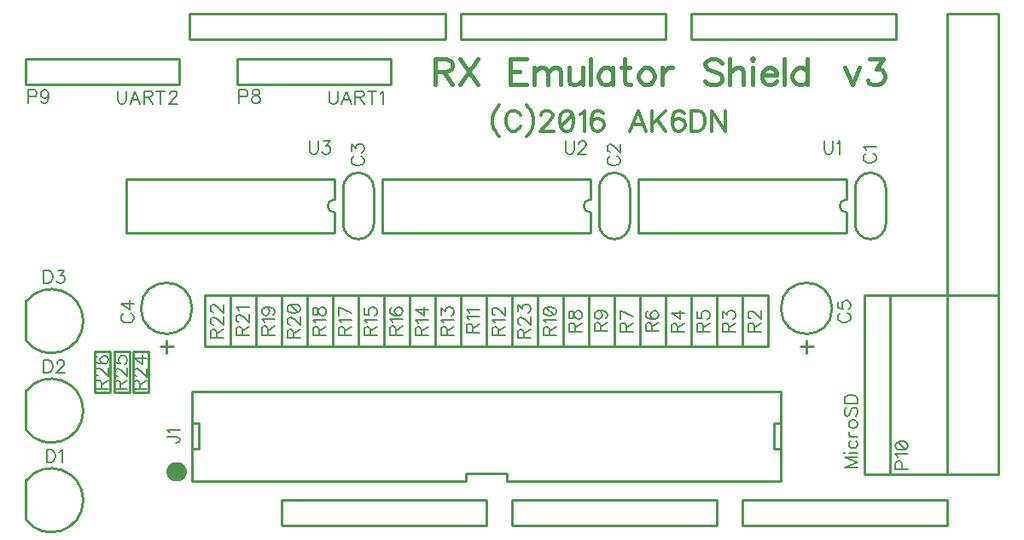
<source format=gto>
G04 DipTrace 2.4.0.2*
%INTopSilk.gbr*%
%MOIN*%
%ADD10C,0.01*%
%ADD15O,0.08X0.075*%
%ADD52C,0.0077*%
%ADD53C,0.0124*%
%ADD54C,0.0154*%
%FSLAX44Y44*%
G04*
G70*
G90*
G75*
G01*
%LNTopSilk*%
%LPD*%
X38037Y16238D2*
D10*
Y17636D1*
X36837Y16238D2*
Y17636D1*
X38037D2*
G03X36837Y17636I-600J1D01*
G01*
Y16238D2*
G03X38037Y16238I600J-1D01*
G01*
X28037D2*
Y17636D1*
X26837Y16238D2*
Y17636D1*
X28037D2*
G03X26837Y17636I-600J1D01*
G01*
Y16238D2*
G03X28037Y16238I600J-1D01*
G01*
X18037D2*
Y17636D1*
X16837Y16238D2*
Y17636D1*
X18037D2*
G03X16837Y17636I-600J1D01*
G01*
Y16238D2*
G03X18037Y16238I600J-1D01*
G01*
X9937Y11187D2*
Y11687D1*
X10187Y11437D2*
X9687D1*
X8937Y12937D2*
G02X8937Y12937I1000J0D01*
G01*
X34937Y11187D2*
Y11687D1*
X35187Y11437D2*
X34687D1*
X33937Y12937D2*
G02X33937Y12937I1000J0D01*
G01*
X4437Y4688D2*
Y6186D1*
X4439Y4685D2*
G03X4439Y6189I998J752D01*
G01*
X4437Y8188D2*
Y9686D1*
X4439Y8185D2*
G03X4439Y9689I998J752D01*
G01*
X4437Y11688D2*
Y13186D1*
X4439Y11685D2*
G03X4439Y13189I998J752D01*
G01*
X10937Y9687D2*
Y6187D1*
X33937Y9687D2*
X10937D1*
X33937D2*
Y6187D1*
Y8438D2*
X33684D1*
Y7437D1*
X11190Y8438D2*
Y7437D1*
Y8438D2*
X10937D1*
X33937Y6187D2*
X23242D1*
X21632D2*
X10937D1*
X21632Y6488D2*
Y6187D1*
X23242Y6488D2*
X21632D1*
X23242D2*
Y6187D1*
X33937Y7437D2*
X33684D1*
X11190D2*
X10937D1*
X23437Y5437D2*
X31437D1*
X23437Y4437D2*
Y5437D1*
Y4437D2*
X31437D1*
Y5437D1*
X14437D2*
X22437D1*
X14437Y4437D2*
Y5437D1*
Y4437D2*
X22437D1*
Y5437D1*
X29437Y23437D2*
X21437D1*
X29437Y24437D2*
Y23437D1*
Y24437D2*
X21437D1*
Y23437D1*
X20837D2*
Y24437D1*
X10837Y23437D2*
X20837D1*
X10837D2*
Y24437D1*
X11587D1*
X20837D1*
X32437Y5437D2*
X40437D1*
X32437Y4437D2*
Y5437D1*
Y4437D2*
X40437D1*
Y5437D1*
X38437Y23437D2*
X30437D1*
X38437Y24437D2*
Y23437D1*
Y24437D2*
X30437D1*
Y23437D1*
X40437Y6437D2*
X42437D1*
X40437Y24437D2*
X42437D1*
Y6437D1*
X40437Y24437D2*
Y6437D1*
X12687Y21687D2*
X18687D1*
X12687Y22687D2*
X18687D1*
X12687Y21687D2*
Y22687D1*
X18687Y21687D2*
Y22687D1*
X4437Y21687D2*
X10437D1*
X4437Y22687D2*
X10437D1*
X4437Y21687D2*
Y22687D1*
X10437Y21687D2*
Y22687D1*
X38187Y13437D2*
X37187D1*
X38187Y6437D2*
Y13437D1*
Y6437D2*
X37187D1*
Y13437D1*
X32437Y11439D2*
Y13435D1*
X33437D2*
X32437D1*
X33437Y11439D2*
Y13435D1*
Y11439D2*
X32437D1*
X31437D2*
Y13435D1*
X32437D2*
X31437D1*
X32437Y11439D2*
Y13435D1*
Y11439D2*
X31437D1*
X29437D2*
Y13435D1*
X30437D2*
X29437D1*
X30437Y11439D2*
Y13435D1*
Y11439D2*
X29437D1*
X30437D2*
Y13435D1*
X31437D2*
X30437D1*
X31437Y11439D2*
Y13435D1*
Y11439D2*
X30437D1*
X28437D2*
Y13435D1*
X29437D2*
X28437D1*
X29437Y11439D2*
Y13435D1*
Y11439D2*
X28437D1*
X27437D2*
Y13435D1*
X28437D2*
X27437D1*
X28437Y11439D2*
Y13435D1*
Y11439D2*
X27437D1*
X25437D2*
Y13435D1*
X26437D2*
X25437D1*
X26437Y11439D2*
Y13435D1*
Y11439D2*
X25437D1*
X26437D2*
Y13435D1*
X27437D2*
X26437D1*
X27437Y11439D2*
Y13435D1*
Y11439D2*
X26437D1*
X24437D2*
Y13435D1*
X25437D2*
X24437D1*
X25437Y11439D2*
Y13435D1*
Y11439D2*
X24437D1*
X21437D2*
Y13435D1*
X22437D2*
X21437D1*
X22437Y11439D2*
Y13435D1*
Y11439D2*
X21437D1*
X22437D2*
Y13435D1*
X23437D2*
X22437D1*
X23437Y11439D2*
Y13435D1*
Y11439D2*
X22437D1*
X20437D2*
Y13435D1*
X21437D2*
X20437D1*
X21437Y11439D2*
Y13435D1*
Y11439D2*
X20437D1*
X19437D2*
Y13435D1*
X20437D2*
X19437D1*
X20437Y11439D2*
Y13435D1*
Y11439D2*
X19437D1*
X17437D2*
Y13435D1*
X18437D2*
X17437D1*
X18437Y11439D2*
Y13435D1*
Y11439D2*
X17437D1*
X18437D2*
Y13435D1*
X19437D2*
X18437D1*
X19437Y11439D2*
Y13435D1*
Y11439D2*
X18437D1*
X16437D2*
Y13435D1*
X17437D2*
X16437D1*
X17437Y11439D2*
Y13435D1*
Y11439D2*
X16437D1*
X15437D2*
Y13435D1*
X16437D2*
X15437D1*
X16437Y11439D2*
Y13435D1*
Y11439D2*
X15437D1*
X13437D2*
Y13435D1*
X14437D2*
X13437D1*
X14437Y11439D2*
Y13435D1*
Y11439D2*
X13437D1*
X14437D2*
Y13435D1*
X15437D2*
X14437D1*
X15437Y11439D2*
Y13435D1*
Y11439D2*
X14437D1*
X12437D2*
Y13435D1*
X13437D2*
X12437D1*
X13437Y11439D2*
Y13435D1*
Y11439D2*
X12437D1*
X11437D2*
Y13435D1*
X12437D2*
X11437D1*
X12437Y11439D2*
Y13435D1*
Y11439D2*
X11437D1*
X23437D2*
Y13435D1*
X24437D2*
X23437D1*
X24437Y11439D2*
Y13435D1*
Y11439D2*
X23437D1*
X9237Y11239D2*
X8637D1*
X9237Y9636D2*
Y11239D1*
Y9636D2*
X8637D1*
Y11239D1*
X8487D2*
X7887D1*
X8487Y9636D2*
Y11239D1*
Y9636D2*
X7887D1*
Y11239D1*
X7737D2*
X7137D1*
X7737Y9636D2*
Y11239D1*
Y9636D2*
X7137D1*
Y11239D1*
X36492Y17188D2*
G03X36492Y16686I0J-251D01*
G01*
Y15892D2*
X28382D1*
X36492Y17982D2*
X28382D1*
Y15892D1*
X36492Y16686D2*
Y15892D1*
Y17982D2*
Y17188D1*
X26492D2*
G03X26492Y16686I0J-251D01*
G01*
Y15892D2*
X18382D1*
X26492Y17982D2*
X18382D1*
Y15892D1*
X26492Y16686D2*
Y15892D1*
Y17982D2*
Y17188D1*
X16492D2*
G03X16492Y16686I0J-251D01*
G01*
Y15892D2*
X8382D1*
X16492Y17982D2*
X8382D1*
Y15892D1*
X16492Y16686D2*
Y15892D1*
Y17982D2*
Y17188D1*
X38187Y13437D2*
X42437D1*
Y6437D2*
X37937D1*
D15*
X10337Y6562D3*
X37275Y18979D2*
D52*
X37228Y18955D1*
X37179Y18907D1*
X37156Y18860D1*
Y18764D1*
X37179Y18716D1*
X37228Y18669D1*
X37275Y18644D1*
X37347Y18620D1*
X37467D1*
X37538Y18644D1*
X37586Y18669D1*
X37634Y18716D1*
X37658Y18764D1*
Y18860D1*
X37634Y18907D1*
X37586Y18955D1*
X37538Y18979D1*
X37252Y19134D2*
X37228Y19182D1*
X37156Y19254D1*
X37658D1*
X27275Y18872D2*
X27228Y18848D1*
X27179Y18800D1*
X27156Y18752D1*
Y18657D1*
X27179Y18609D1*
X27228Y18561D1*
X27275Y18537D1*
X27347Y18513D1*
X27467D1*
X27538Y18537D1*
X27586Y18561D1*
X27634Y18609D1*
X27658Y18657D1*
Y18752D1*
X27634Y18800D1*
X27586Y18848D1*
X27538Y18872D1*
X27276Y19050D2*
X27252D1*
X27204Y19074D1*
X27180Y19098D1*
X27156Y19146D1*
Y19242D1*
X27180Y19289D1*
X27204Y19313D1*
X27252Y19337D1*
X27299D1*
X27347Y19313D1*
X27419Y19265D1*
X27658Y19026D1*
Y19361D1*
X17275Y18872D2*
X17228Y18848D1*
X17179Y18800D1*
X17156Y18752D1*
Y18657D1*
X17179Y18609D1*
X17228Y18561D1*
X17275Y18537D1*
X17347Y18513D1*
X17467D1*
X17538Y18537D1*
X17586Y18561D1*
X17634Y18609D1*
X17658Y18657D1*
Y18752D1*
X17634Y18800D1*
X17586Y18848D1*
X17538Y18872D1*
X17156Y19074D2*
Y19337D1*
X17347Y19194D1*
Y19265D1*
X17371Y19313D1*
X17395Y19337D1*
X17467Y19361D1*
X17514D1*
X17586Y19337D1*
X17634Y19289D1*
X17658Y19217D1*
Y19145D1*
X17634Y19074D1*
X17610Y19050D1*
X17562Y19026D1*
X8275Y12735D2*
X8228Y12711D1*
X8179Y12663D1*
X8156Y12615D1*
Y12520D1*
X8179Y12472D1*
X8228Y12424D1*
X8275Y12400D1*
X8347Y12376D1*
X8467D1*
X8538Y12400D1*
X8586Y12424D1*
X8634Y12472D1*
X8658Y12520D1*
Y12615D1*
X8634Y12663D1*
X8586Y12711D1*
X8538Y12735D1*
X8658Y13128D2*
X8156D1*
X8491Y12889D1*
Y13248D1*
X36275Y12747D2*
X36228Y12723D1*
X36179Y12675D1*
X36156Y12627D1*
Y12532D1*
X36179Y12484D1*
X36228Y12436D1*
X36275Y12412D1*
X36347Y12388D1*
X36467D1*
X36538Y12412D1*
X36586Y12436D1*
X36634Y12484D1*
X36658Y12532D1*
Y12627D1*
X36634Y12675D1*
X36586Y12723D1*
X36538Y12747D1*
X36156Y13188D2*
Y12949D1*
X36371Y12925D1*
X36347Y12949D1*
X36323Y13021D1*
Y13092D1*
X36347Y13164D1*
X36395Y13212D1*
X36467Y13236D1*
X36514D1*
X36586Y13212D1*
X36634Y13164D1*
X36658Y13092D1*
Y13021D1*
X36634Y12949D1*
X36610Y12925D1*
X36562Y12901D1*
X5257Y7419D2*
Y6917D1*
X5425D1*
X5497Y6941D1*
X5545Y6989D1*
X5569Y7037D1*
X5592Y7108D1*
Y7228D1*
X5569Y7300D1*
X5545Y7347D1*
X5497Y7395D1*
X5425Y7419D1*
X5257D1*
X5747Y7323D2*
X5795Y7347D1*
X5867Y7419D1*
Y6917D1*
X5150Y10919D2*
Y10417D1*
X5317D1*
X5389Y10441D1*
X5437Y10489D1*
X5461Y10537D1*
X5485Y10608D1*
Y10728D1*
X5461Y10800D1*
X5437Y10847D1*
X5389Y10895D1*
X5317Y10919D1*
X5150D1*
X5664Y10799D2*
Y10823D1*
X5687Y10871D1*
X5711Y10895D1*
X5759Y10919D1*
X5855D1*
X5902Y10895D1*
X5926Y10871D1*
X5950Y10823D1*
Y10776D1*
X5926Y10727D1*
X5879Y10656D1*
X5639Y10417D1*
X5974D1*
X5150Y14419D2*
Y13917D1*
X5317D1*
X5389Y13941D1*
X5437Y13989D1*
X5461Y14037D1*
X5485Y14108D1*
Y14228D1*
X5461Y14300D1*
X5437Y14347D1*
X5389Y14395D1*
X5317Y14419D1*
X5150D1*
X5687D2*
X5950D1*
X5807Y14227D1*
X5879D1*
X5926Y14204D1*
X5950Y14180D1*
X5974Y14108D1*
Y14061D1*
X5950Y13989D1*
X5902Y13941D1*
X5831Y13917D1*
X5759D1*
X5687Y13941D1*
X5664Y13965D1*
X5639Y14012D1*
X9955Y7920D2*
X10337D1*
X10409Y7896D1*
X10433Y7871D1*
X10457Y7824D1*
Y7776D1*
X10433Y7728D1*
X10409Y7705D1*
X10337Y7680D1*
X10290D1*
X10051Y8074D2*
X10027Y8122D1*
X9955Y8194D1*
X10457D1*
X12775Y21205D2*
X12991D1*
X13062Y21229D1*
X13086Y21253D1*
X13110Y21301D1*
Y21373D1*
X13086Y21420D1*
X13062Y21445D1*
X12991Y21468D1*
X12775D1*
Y20966D1*
X13384Y21468D2*
X13313Y21444D1*
X13288Y21396D1*
Y21348D1*
X13313Y21301D1*
X13360Y21277D1*
X13456Y21253D1*
X13528Y21229D1*
X13575Y21181D1*
X13599Y21133D1*
Y21062D1*
X13575Y21014D1*
X13551Y20990D1*
X13479Y20966D1*
X13384D1*
X13313Y20990D1*
X13288Y21014D1*
X13264Y21062D1*
Y21133D1*
X13288Y21181D1*
X13336Y21229D1*
X13408Y21253D1*
X13503Y21277D1*
X13551Y21301D1*
X13575Y21348D1*
Y21396D1*
X13551Y21444D1*
X13479Y21468D1*
X13384D1*
X4537Y21205D2*
X4752D1*
X4824Y21229D1*
X4848Y21253D1*
X4872Y21301D1*
Y21373D1*
X4848Y21420D1*
X4824Y21445D1*
X4752Y21468D1*
X4537D1*
Y20966D1*
X5337Y21301D2*
X5313Y21229D1*
X5265Y21181D1*
X5194Y21157D1*
X5170D1*
X5098Y21181D1*
X5050Y21229D1*
X5026Y21301D1*
Y21325D1*
X5050Y21396D1*
X5098Y21444D1*
X5170Y21468D1*
X5194D1*
X5265Y21444D1*
X5313Y21396D1*
X5337Y21301D1*
Y21181D1*
X5313Y21062D1*
X5265Y20990D1*
X5194Y20966D1*
X5146D1*
X5074Y20990D1*
X5050Y21038D1*
X38669Y6638D2*
Y6853D1*
X38645Y6925D1*
X38621Y6949D1*
X38573Y6973D1*
X38501D1*
X38454Y6949D1*
X38429Y6925D1*
X38406Y6853D1*
Y6638D1*
X38908D1*
X38502Y7127D2*
X38478Y7175D1*
X38406Y7247D1*
X38908D1*
X38406Y7545D2*
X38430Y7473D1*
X38502Y7425D1*
X38621Y7401D1*
X38693D1*
X38812Y7425D1*
X38884Y7473D1*
X38908Y7545D1*
Y7593D1*
X38884Y7664D1*
X38812Y7712D1*
X38693Y7736D1*
X38621D1*
X38502Y7712D1*
X38430Y7664D1*
X38406Y7593D1*
Y7545D1*
X38502Y7712D2*
X38812Y7425D1*
X32895Y12025D2*
Y12240D1*
X32871Y12312D1*
X32847Y12336D1*
X32799Y12360D1*
X32751D1*
X32704Y12336D1*
X32679Y12312D1*
X32656Y12240D1*
Y12025D1*
X33158D1*
X32895Y12192D2*
X33158Y12360D1*
X32776Y12539D2*
X32752D1*
X32704Y12562D1*
X32680Y12586D1*
X32656Y12634D1*
Y12730D1*
X32680Y12777D1*
X32704Y12801D1*
X32752Y12825D1*
X32799D1*
X32847Y12801D1*
X32919Y12754D1*
X33158Y12514D1*
Y12849D1*
X31895Y12025D2*
Y12240D1*
X31871Y12312D1*
X31847Y12336D1*
X31799Y12360D1*
X31751D1*
X31704Y12336D1*
X31679Y12312D1*
X31656Y12240D1*
Y12025D1*
X32158D1*
X31895Y12192D2*
X32158Y12360D1*
X31656Y12562D2*
Y12825D1*
X31847Y12682D1*
Y12754D1*
X31871Y12801D1*
X31895Y12825D1*
X31967Y12849D1*
X32014D1*
X32086Y12825D1*
X32134Y12777D1*
X32158Y12705D1*
Y12634D1*
X32134Y12562D1*
X32110Y12539D1*
X32062Y12514D1*
X29895Y12013D2*
Y12228D1*
X29871Y12300D1*
X29847Y12324D1*
X29799Y12348D1*
X29751D1*
X29704Y12324D1*
X29679Y12300D1*
X29656Y12228D1*
Y12013D1*
X30158D1*
X29895Y12180D2*
X30158Y12348D1*
Y12742D2*
X29656D1*
X29991Y12502D1*
Y12861D1*
X30895Y12025D2*
Y12240D1*
X30871Y12312D1*
X30847Y12336D1*
X30799Y12360D1*
X30751D1*
X30704Y12336D1*
X30679Y12312D1*
X30656Y12240D1*
Y12025D1*
X31158D1*
X30895Y12192D2*
X31158Y12360D1*
X30656Y12801D2*
Y12562D1*
X30871Y12539D1*
X30847Y12562D1*
X30823Y12634D1*
Y12705D1*
X30847Y12777D1*
X30895Y12825D1*
X30967Y12849D1*
X31014D1*
X31086Y12825D1*
X31134Y12777D1*
X31158Y12705D1*
Y12634D1*
X31134Y12562D1*
X31110Y12539D1*
X31062Y12514D1*
X28895Y12037D2*
Y12252D1*
X28871Y12324D1*
X28847Y12348D1*
X28799Y12372D1*
X28751D1*
X28704Y12348D1*
X28679Y12324D1*
X28656Y12252D1*
Y12037D1*
X29158D1*
X28895Y12205D2*
X29158Y12372D1*
X28728Y12813D2*
X28680Y12789D1*
X28656Y12718D1*
Y12670D1*
X28680Y12598D1*
X28752Y12550D1*
X28871Y12526D1*
X28991D1*
X29086Y12550D1*
X29134Y12598D1*
X29158Y12670D1*
Y12694D1*
X29134Y12765D1*
X29086Y12813D1*
X29014Y12837D1*
X28991D1*
X28919Y12813D1*
X28871Y12765D1*
X28847Y12694D1*
Y12670D1*
X28871Y12598D1*
X28919Y12550D1*
X28991Y12526D1*
X27895Y12025D2*
Y12240D1*
X27871Y12312D1*
X27847Y12336D1*
X27799Y12360D1*
X27751D1*
X27704Y12336D1*
X27679Y12312D1*
X27656Y12240D1*
Y12025D1*
X28158D1*
X27895Y12192D2*
X28158Y12360D1*
Y12610D2*
X27656Y12849D1*
Y12514D1*
X25895Y12025D2*
Y12240D1*
X25871Y12312D1*
X25847Y12336D1*
X25799Y12360D1*
X25751D1*
X25704Y12336D1*
X25679Y12312D1*
X25656Y12240D1*
Y12025D1*
X26158D1*
X25895Y12193D2*
X26158Y12360D1*
X25656Y12634D2*
X25680Y12563D1*
X25728Y12538D1*
X25776D1*
X25823Y12563D1*
X25847Y12610D1*
X25871Y12706D1*
X25895Y12778D1*
X25943Y12825D1*
X25991Y12849D1*
X26062D1*
X26110Y12825D1*
X26134Y12801D1*
X26158Y12729D1*
Y12634D1*
X26134Y12563D1*
X26110Y12538D1*
X26062Y12514D1*
X25991D1*
X25943Y12538D1*
X25895Y12586D1*
X25871Y12658D1*
X25847Y12753D1*
X25823Y12801D1*
X25776Y12825D1*
X25728D1*
X25680Y12801D1*
X25656Y12729D1*
Y12634D1*
X26895Y12037D2*
Y12252D1*
X26871Y12324D1*
X26847Y12348D1*
X26799Y12372D1*
X26751D1*
X26704Y12348D1*
X26679Y12324D1*
X26656Y12252D1*
Y12037D1*
X27158D1*
X26895Y12204D2*
X27158Y12372D1*
X26823Y12837D2*
X26895Y12813D1*
X26943Y12765D1*
X26967Y12694D1*
Y12670D1*
X26943Y12598D1*
X26895Y12550D1*
X26823Y12526D1*
X26799D1*
X26728Y12550D1*
X26680Y12598D1*
X26656Y12670D1*
Y12694D1*
X26680Y12765D1*
X26728Y12813D1*
X26823Y12837D1*
X26943D1*
X27062Y12813D1*
X27134Y12765D1*
X27158Y12694D1*
Y12646D1*
X27134Y12574D1*
X27086Y12550D1*
X24895Y11888D2*
Y12103D1*
X24871Y12175D1*
X24847Y12199D1*
X24799Y12223D1*
X24751D1*
X24704Y12199D1*
X24679Y12175D1*
X24656Y12103D1*
Y11888D1*
X25158D1*
X24895Y12055D2*
X25158Y12223D1*
X24752Y12377D2*
X24728Y12425D1*
X24656Y12497D1*
X25158D1*
X24656Y12795D2*
X24680Y12723D1*
X24752Y12675D1*
X24871Y12651D1*
X24943D1*
X25062Y12675D1*
X25134Y12723D1*
X25158Y12795D1*
Y12843D1*
X25134Y12914D1*
X25062Y12962D1*
X24943Y12986D1*
X24871D1*
X24752Y12962D1*
X24680Y12914D1*
X24656Y12843D1*
Y12795D1*
X24752Y12962D2*
X25062Y12675D1*
X21895Y11995D2*
Y12210D1*
X21871Y12282D1*
X21847Y12306D1*
X21799Y12330D1*
X21751D1*
X21704Y12306D1*
X21679Y12282D1*
X21656Y12210D1*
Y11995D1*
X22158D1*
X21895Y12163D2*
X22158Y12330D1*
X21752Y12485D2*
X21728Y12533D1*
X21656Y12604D1*
X22158D1*
X21752Y12759D2*
X21728Y12807D1*
X21656Y12879D1*
X22158D1*
X22895Y11888D2*
Y12103D1*
X22871Y12175D1*
X22847Y12199D1*
X22799Y12223D1*
X22751D1*
X22704Y12199D1*
X22679Y12175D1*
X22656Y12103D1*
Y11888D1*
X23158D1*
X22895Y12055D2*
X23158Y12223D1*
X22752Y12377D2*
X22728Y12425D1*
X22656Y12497D1*
X23158D1*
X22776Y12676D2*
X22752D1*
X22704Y12699D1*
X22680Y12723D1*
X22656Y12771D1*
Y12867D1*
X22680Y12914D1*
X22704Y12938D1*
X22752Y12963D1*
X22799D1*
X22847Y12938D1*
X22919Y12891D1*
X23158Y12651D1*
Y12986D1*
X20895Y11888D2*
Y12103D1*
X20871Y12175D1*
X20847Y12199D1*
X20799Y12223D1*
X20751D1*
X20704Y12199D1*
X20679Y12175D1*
X20656Y12103D1*
Y11888D1*
X21158D1*
X20895Y12055D2*
X21158Y12223D1*
X20752Y12377D2*
X20728Y12425D1*
X20656Y12497D1*
X21158D1*
X20656Y12699D2*
Y12962D1*
X20847Y12819D1*
Y12891D1*
X20871Y12938D1*
X20895Y12962D1*
X20967Y12986D1*
X21014D1*
X21086Y12962D1*
X21134Y12914D1*
X21158Y12843D1*
Y12771D1*
X21134Y12699D1*
X21110Y12676D1*
X21062Y12651D1*
X19895Y11876D2*
Y12091D1*
X19871Y12163D1*
X19847Y12187D1*
X19799Y12211D1*
X19751D1*
X19704Y12187D1*
X19679Y12163D1*
X19656Y12091D1*
Y11876D1*
X20158D1*
X19895Y12043D2*
X20158Y12211D1*
X19752Y12365D2*
X19728Y12413D1*
X19656Y12485D1*
X20158D1*
Y12879D2*
X19656D1*
X19991Y12639D1*
Y12998D1*
X17895Y11888D2*
Y12103D1*
X17871Y12175D1*
X17847Y12199D1*
X17799Y12223D1*
X17751D1*
X17704Y12199D1*
X17679Y12175D1*
X17656Y12103D1*
Y11888D1*
X18158D1*
X17895Y12055D2*
X18158Y12223D1*
X17752Y12377D2*
X17728Y12425D1*
X17656Y12497D1*
X18158D1*
X17656Y12938D2*
Y12699D1*
X17871Y12676D1*
X17847Y12699D1*
X17823Y12771D1*
Y12843D1*
X17847Y12914D1*
X17895Y12963D1*
X17967Y12986D1*
X18014D1*
X18086Y12963D1*
X18134Y12914D1*
X18158Y12843D1*
Y12771D1*
X18134Y12699D1*
X18110Y12676D1*
X18062Y12651D1*
X18895Y11900D2*
Y12115D1*
X18871Y12187D1*
X18847Y12211D1*
X18799Y12235D1*
X18751D1*
X18704Y12211D1*
X18679Y12187D1*
X18656Y12115D1*
Y11900D1*
X19158D1*
X18895Y12067D2*
X19158Y12235D1*
X18752Y12389D2*
X18728Y12437D1*
X18656Y12509D1*
X19158D1*
X18728Y12950D2*
X18680Y12927D1*
X18656Y12855D1*
Y12807D1*
X18680Y12735D1*
X18752Y12687D1*
X18871Y12664D1*
X18991D1*
X19086Y12687D1*
X19134Y12735D1*
X19158Y12807D1*
Y12831D1*
X19134Y12902D1*
X19086Y12950D1*
X19014Y12974D1*
X18991D1*
X18919Y12950D1*
X18871Y12902D1*
X18847Y12831D1*
Y12807D1*
X18871Y12735D1*
X18919Y12687D1*
X18991Y12664D1*
X16895Y11888D2*
Y12103D1*
X16871Y12175D1*
X16847Y12199D1*
X16799Y12223D1*
X16751D1*
X16704Y12199D1*
X16679Y12175D1*
X16656Y12103D1*
Y11888D1*
X17158D1*
X16895Y12055D2*
X17158Y12223D1*
X16752Y12377D2*
X16728Y12425D1*
X16656Y12497D1*
X17158D1*
Y12747D2*
X16656Y12986D1*
Y12651D1*
X15895Y11888D2*
Y12103D1*
X15871Y12175D1*
X15847Y12199D1*
X15799Y12223D1*
X15751D1*
X15704Y12199D1*
X15679Y12175D1*
X15656Y12103D1*
Y11888D1*
X16158D1*
X15895Y12055D2*
X16158Y12223D1*
X15752Y12377D2*
X15728Y12425D1*
X15656Y12497D1*
X16158D1*
X15656Y12771D2*
X15680Y12700D1*
X15728Y12675D1*
X15776D1*
X15823Y12700D1*
X15847Y12747D1*
X15871Y12843D1*
X15895Y12915D1*
X15943Y12962D1*
X15991Y12986D1*
X16062D1*
X16110Y12962D1*
X16134Y12938D1*
X16158Y12867D1*
Y12771D1*
X16134Y12700D1*
X16110Y12675D1*
X16062Y12652D1*
X15991D1*
X15943Y12675D1*
X15895Y12723D1*
X15871Y12795D1*
X15847Y12890D1*
X15823Y12938D1*
X15776Y12962D1*
X15728D1*
X15680Y12938D1*
X15656Y12867D1*
Y12771D1*
X13895Y11900D2*
Y12115D1*
X13871Y12186D1*
X13847Y12211D1*
X13799Y12235D1*
X13751D1*
X13704Y12211D1*
X13679Y12186D1*
X13656Y12115D1*
Y11900D1*
X14158D1*
X13895Y12067D2*
X14158Y12235D1*
X13752Y12389D2*
X13728Y12437D1*
X13656Y12509D1*
X14158D1*
X13823Y12974D2*
X13895Y12950D1*
X13943Y12903D1*
X13967Y12831D1*
Y12807D1*
X13943Y12735D1*
X13895Y12688D1*
X13823Y12663D1*
X13799D1*
X13728Y12688D1*
X13680Y12735D1*
X13656Y12807D1*
Y12831D1*
X13680Y12903D1*
X13728Y12950D1*
X13823Y12974D1*
X13943D1*
X14062Y12950D1*
X14134Y12903D1*
X14158Y12831D1*
Y12783D1*
X14134Y12711D1*
X14086Y12688D1*
X14895Y11780D2*
Y11995D1*
X14871Y12067D1*
X14847Y12091D1*
X14799Y12115D1*
X14751D1*
X14704Y12091D1*
X14679Y12067D1*
X14656Y11995D1*
Y11780D1*
X15158D1*
X14895Y11948D2*
X15158Y12115D1*
X14776Y12294D2*
X14752D1*
X14704Y12318D1*
X14680Y12341D1*
X14656Y12389D1*
Y12485D1*
X14680Y12533D1*
X14704Y12556D1*
X14752Y12581D1*
X14799D1*
X14847Y12556D1*
X14919Y12509D1*
X15158Y12270D1*
Y12604D1*
X14656Y12903D2*
X14680Y12831D1*
X14752Y12783D1*
X14871Y12759D1*
X14943D1*
X15062Y12783D1*
X15134Y12831D1*
X15158Y12903D1*
Y12950D1*
X15134Y13022D1*
X15062Y13069D1*
X14943Y13094D1*
X14871D1*
X14752Y13069D1*
X14680Y13022D1*
X14656Y12950D1*
Y12903D1*
X14752Y13069D2*
X15062Y12783D1*
X12895Y11888D2*
Y12103D1*
X12871Y12175D1*
X12847Y12199D1*
X12799Y12223D1*
X12751D1*
X12704Y12199D1*
X12679Y12175D1*
X12656Y12103D1*
Y11888D1*
X13158D1*
X12895Y12055D2*
X13158Y12223D1*
X12776Y12401D2*
X12752D1*
X12704Y12425D1*
X12680Y12449D1*
X12656Y12497D1*
Y12593D1*
X12680Y12640D1*
X12704Y12664D1*
X12752Y12688D1*
X12799D1*
X12847Y12664D1*
X12919Y12616D1*
X13158Y12377D1*
Y12712D1*
X12752Y12866D2*
X12728Y12914D1*
X12656Y12986D1*
X13158D1*
X11895Y11780D2*
Y11995D1*
X11871Y12067D1*
X11847Y12091D1*
X11799Y12115D1*
X11751D1*
X11704Y12091D1*
X11679Y12067D1*
X11656Y11995D1*
Y11780D1*
X12158D1*
X11895Y11948D2*
X12158Y12115D1*
X11776Y12294D2*
X11752D1*
X11704Y12318D1*
X11680Y12341D1*
X11656Y12389D1*
Y12485D1*
X11680Y12533D1*
X11704Y12556D1*
X11752Y12581D1*
X11799D1*
X11847Y12556D1*
X11919Y12509D1*
X12158Y12270D1*
Y12604D1*
X11776Y12783D2*
X11752D1*
X11704Y12807D1*
X11680Y12831D1*
X11656Y12879D1*
Y12974D1*
X11680Y13022D1*
X11704Y13046D1*
X11752Y13070D1*
X11799D1*
X11847Y13046D1*
X11919Y12998D1*
X12158Y12759D1*
Y13094D1*
X23895Y11780D2*
Y11995D1*
X23871Y12067D1*
X23847Y12091D1*
X23799Y12115D1*
X23751D1*
X23704Y12091D1*
X23679Y12067D1*
X23656Y11995D1*
Y11780D1*
X24158D1*
X23895Y11948D2*
X24158Y12115D1*
X23776Y12294D2*
X23752D1*
X23704Y12318D1*
X23680Y12341D1*
X23656Y12389D1*
Y12485D1*
X23680Y12533D1*
X23704Y12556D1*
X23752Y12581D1*
X23799D1*
X23847Y12556D1*
X23919Y12509D1*
X24158Y12270D1*
Y12604D1*
X23656Y12807D2*
Y13069D1*
X23847Y12926D1*
Y12998D1*
X23871Y13046D1*
X23895Y13069D1*
X23967Y13094D1*
X24014D1*
X24086Y13069D1*
X24134Y13022D1*
X24158Y12950D1*
Y12878D1*
X24134Y12807D1*
X24110Y12783D1*
X24062Y12759D1*
X8895Y9768D2*
Y9983D1*
X8871Y10055D1*
X8847Y10080D1*
X8799Y10103D1*
X8751D1*
X8704Y10080D1*
X8679Y10055D1*
X8656Y9983D1*
Y9768D1*
X9158D1*
X8895Y9936D2*
X9158Y10103D1*
X8776Y10282D2*
X8752D1*
X8704Y10306D1*
X8680Y10330D1*
X8656Y10378D1*
Y10473D1*
X8680Y10521D1*
X8704Y10545D1*
X8752Y10569D1*
X8799D1*
X8847Y10545D1*
X8919Y10497D1*
X9158Y10258D1*
Y10593D1*
Y10986D2*
X8656D1*
X8991Y10747D1*
Y11106D1*
X8145Y9780D2*
Y9995D1*
X8121Y10067D1*
X8097Y10091D1*
X8049Y10115D1*
X8001D1*
X7954Y10091D1*
X7929Y10067D1*
X7906Y9995D1*
Y9780D1*
X8408D1*
X8145Y9948D2*
X8408Y10115D1*
X8026Y10294D2*
X8002D1*
X7954Y10318D1*
X7930Y10341D1*
X7906Y10389D1*
Y10485D1*
X7930Y10533D1*
X7954Y10556D1*
X8002Y10581D1*
X8049D1*
X8097Y10556D1*
X8169Y10509D1*
X8408Y10270D1*
Y10604D1*
X7906Y11046D2*
Y10807D1*
X8121Y10783D1*
X8097Y10807D1*
X8073Y10879D1*
Y10950D1*
X8097Y11022D1*
X8145Y11070D1*
X8217Y11094D1*
X8264D1*
X8336Y11070D1*
X8384Y11022D1*
X8408Y10950D1*
Y10879D1*
X8384Y10807D1*
X8360Y10783D1*
X8312Y10759D1*
X7395Y9792D2*
Y10007D1*
X7371Y10079D1*
X7347Y10104D1*
X7299Y10127D1*
X7251D1*
X7204Y10104D1*
X7179Y10079D1*
X7156Y10007D1*
Y9792D1*
X7658D1*
X7395Y9960D2*
X7658Y10127D1*
X7276Y10306D2*
X7252D1*
X7204Y10330D1*
X7180Y10354D1*
X7156Y10402D1*
Y10497D1*
X7180Y10545D1*
X7204Y10569D1*
X7252Y10593D1*
X7299D1*
X7347Y10569D1*
X7419Y10521D1*
X7658Y10282D1*
Y10617D1*
X7228Y11058D2*
X7180Y11034D1*
X7156Y10962D1*
Y10915D1*
X7180Y10843D1*
X7252Y10795D1*
X7371Y10771D1*
X7491D1*
X7586Y10795D1*
X7634Y10843D1*
X7658Y10915D1*
Y10938D1*
X7634Y11010D1*
X7586Y11058D1*
X7514Y11082D1*
X7491D1*
X7419Y11058D1*
X7371Y11010D1*
X7347Y10938D1*
Y10915D1*
X7371Y10843D1*
X7419Y10795D1*
X7491Y10771D1*
X35632Y19468D2*
Y19110D1*
X35656Y19038D1*
X35704Y18990D1*
X35776Y18966D1*
X35824D1*
X35895Y18990D1*
X35944Y19038D1*
X35967Y19110D1*
Y19468D1*
X36122Y19372D2*
X36170Y19396D1*
X36242Y19468D1*
Y18966D1*
X25525Y19468D2*
Y19110D1*
X25549Y19038D1*
X25597Y18990D1*
X25669Y18966D1*
X25716D1*
X25788Y18990D1*
X25836Y19038D1*
X25860Y19110D1*
Y19468D1*
X26039Y19348D2*
Y19372D1*
X26062Y19420D1*
X26086Y19444D1*
X26134Y19468D1*
X26230D1*
X26277Y19444D1*
X26301Y19420D1*
X26325Y19372D1*
Y19325D1*
X26301Y19277D1*
X26254Y19205D1*
X26014Y18966D1*
X26349D1*
X15525Y19468D2*
Y19110D1*
X15549Y19038D1*
X15597Y18990D1*
X15669Y18966D1*
X15716D1*
X15788Y18990D1*
X15836Y19038D1*
X15860Y19110D1*
Y19468D1*
X16062D2*
X16325D1*
X16182Y19277D1*
X16254D1*
X16301Y19253D1*
X16325Y19229D1*
X16349Y19157D1*
Y19110D1*
X16325Y19038D1*
X16277Y18990D1*
X16205Y18966D1*
X16134D1*
X16062Y18990D1*
X16039Y19014D1*
X16014Y19062D1*
X16289Y21427D2*
Y21068D1*
X16313Y20996D1*
X16361Y20949D1*
X16433Y20924D1*
X16481D1*
X16552Y20949D1*
X16600Y20996D1*
X16624Y21068D1*
Y21427D1*
X17162Y20924D2*
X16970Y21427D1*
X16779Y20924D1*
X16851Y21092D2*
X17090D1*
X17316Y21188D2*
X17531D1*
X17603Y21212D1*
X17627Y21236D1*
X17651Y21283D1*
Y21331D1*
X17627Y21379D1*
X17603Y21403D1*
X17531Y21427D1*
X17316D1*
Y20924D1*
X17484Y21188D2*
X17651Y20924D1*
X17973Y21427D2*
Y20924D1*
X17805Y21427D2*
X18140D1*
X18295Y21331D2*
X18343Y21355D1*
X18415Y21426D1*
Y20924D1*
X8032Y21434D2*
Y21076D1*
X8056Y21004D1*
X8104Y20956D1*
X8176Y20932D1*
X8223D1*
X8295Y20956D1*
X8343Y21004D1*
X8367Y21076D1*
Y21434D1*
X8904Y20932D2*
X8712Y21434D1*
X8521Y20932D1*
X8593Y21099D2*
X8832D1*
X9059Y21195D2*
X9274D1*
X9345Y21219D1*
X9370Y21243D1*
X9393Y21291D1*
Y21339D1*
X9370Y21386D1*
X9345Y21411D1*
X9274Y21434D1*
X9059D1*
Y20932D1*
X9226Y21195D2*
X9393Y20932D1*
X9715Y21434D2*
Y20932D1*
X9548Y21434D2*
X9883D1*
X10062Y21314D2*
Y21338D1*
X10085Y21386D1*
X10109Y21410D1*
X10157Y21434D1*
X10253D1*
X10300Y21410D1*
X10324Y21386D1*
X10348Y21338D1*
Y21291D1*
X10324Y21243D1*
X10277Y21171D1*
X10037Y20932D1*
X10372D1*
X36923Y7115D2*
X36421D1*
X36923Y6924D1*
X36421Y6733D1*
X36923D1*
X36421Y7270D2*
X36444Y7294D1*
X36421Y7318D1*
X36396Y7294D1*
X36421Y7270D1*
X36588Y7294D2*
X36923D1*
X36660Y7760D2*
X36612Y7712D1*
X36588Y7663D1*
Y7592D1*
X36612Y7544D1*
X36660Y7497D1*
X36732Y7472D1*
X36779D1*
X36851Y7497D1*
X36899Y7544D1*
X36923Y7592D1*
Y7663D1*
X36899Y7712D1*
X36851Y7760D1*
X36588Y7914D2*
X36923D1*
X36732D2*
X36660Y7938D1*
X36612Y7986D1*
X36588Y8034D1*
Y8106D1*
Y8380D2*
X36612Y8332D1*
X36660Y8284D1*
X36732Y8260D1*
X36779D1*
X36851Y8284D1*
X36899Y8332D1*
X36923Y8380D1*
Y8451D1*
X36899Y8500D1*
X36851Y8547D1*
X36779Y8571D1*
X36732D1*
X36660Y8547D1*
X36612Y8500D1*
X36588Y8451D1*
Y8380D1*
X36493Y9061D2*
X36444Y9013D1*
X36421Y8941D1*
Y8846D1*
X36444Y8774D1*
X36493Y8726D1*
X36540D1*
X36588Y8750D1*
X36612Y8774D1*
X36636Y8821D1*
X36684Y8965D1*
X36708Y9013D1*
X36732Y9037D1*
X36779Y9061D1*
X36851D1*
X36899Y9013D1*
X36923Y8941D1*
Y8846D1*
X36899Y8774D1*
X36851Y8726D1*
X36421Y9215D2*
X36923D1*
Y9383D1*
X36899Y9454D1*
X36851Y9502D1*
X36803Y9526D1*
X36732Y9550D1*
X36612D1*
X36540Y9526D1*
X36493Y9502D1*
X36444Y9454D1*
X36421Y9383D1*
Y9215D1*
X22940Y20875D2*
D53*
X22863Y20799D1*
X22787Y20684D1*
X22710Y20531D1*
X22672Y20339D1*
Y20186D1*
X22710Y19995D1*
X22787Y19842D1*
X22863Y19727D1*
X22940Y19651D1*
X23760Y20475D2*
X23722Y20551D1*
X23646Y20628D1*
X23569Y20666D1*
X23416D1*
X23340Y20628D1*
X23263Y20551D1*
X23225Y20475D1*
X23187Y20360D1*
Y20168D1*
X23225Y20054D1*
X23263Y19977D1*
X23340Y19901D1*
X23416Y19862D1*
X23569D1*
X23646Y19901D1*
X23722Y19977D1*
X23760Y20054D1*
X24007Y20875D2*
X24084Y20799D1*
X24160Y20684D1*
X24237Y20531D1*
X24275Y20339D1*
Y20186D1*
X24237Y19995D1*
X24160Y19842D1*
X24084Y19727D1*
X24007Y19651D1*
X24561Y20474D2*
Y20512D1*
X24599Y20589D1*
X24637Y20627D1*
X24714Y20665D1*
X24867D1*
X24943Y20627D1*
X24981Y20589D1*
X25020Y20512D1*
Y20436D1*
X24981Y20359D1*
X24905Y20245D1*
X24522Y19862D1*
X25058D1*
X25535Y20665D2*
X25420Y20627D1*
X25343Y20512D1*
X25305Y20321D1*
Y20206D1*
X25343Y20015D1*
X25420Y19900D1*
X25535Y19862D1*
X25611D1*
X25726Y19900D1*
X25802Y20015D1*
X25841Y20206D1*
Y20321D1*
X25802Y20512D1*
X25726Y20627D1*
X25611Y20665D1*
X25535D1*
X25802Y20512D2*
X25343Y20015D1*
X26088Y20512D2*
X26165Y20551D1*
X26280Y20665D1*
Y19862D1*
X26986Y20551D2*
X26948Y20627D1*
X26833Y20665D1*
X26757D1*
X26642Y20627D1*
X26565Y20512D1*
X26527Y20321D1*
Y20130D1*
X26565Y19977D1*
X26642Y19900D1*
X26757Y19862D1*
X26795D1*
X26909Y19900D1*
X26986Y19977D1*
X27024Y20092D1*
Y20130D1*
X26986Y20245D1*
X26909Y20321D1*
X26795Y20359D1*
X26757D1*
X26642Y20321D1*
X26565Y20245D1*
X26527Y20130D1*
X28662Y19862D2*
X28355Y20666D1*
X28049Y19862D1*
X28164Y20130D2*
X28547D1*
X28909Y20666D2*
Y19862D1*
X29445Y20666D2*
X28909Y20130D1*
X29100Y20322D2*
X29445Y19862D1*
X30151Y20551D2*
X30113Y20627D1*
X29998Y20665D1*
X29922D1*
X29807Y20627D1*
X29730Y20512D1*
X29692Y20321D1*
Y20130D1*
X29730Y19977D1*
X29807Y19900D1*
X29922Y19862D1*
X29960D1*
X30074Y19900D1*
X30151Y19977D1*
X30189Y20092D1*
Y20130D1*
X30151Y20245D1*
X30074Y20321D1*
X29960Y20359D1*
X29922D1*
X29807Y20321D1*
X29730Y20245D1*
X29692Y20130D1*
X30436Y20666D2*
Y19862D1*
X30704D1*
X30819Y19901D1*
X30895Y19977D1*
X30934Y20054D1*
X30972Y20168D1*
Y20360D1*
X30934Y20475D1*
X30895Y20551D1*
X30819Y20628D1*
X30704Y20666D1*
X30436D1*
X31754D2*
Y19862D1*
X31219Y20666D1*
Y19862D1*
X20437Y22196D2*
D54*
X20867D1*
X21011Y22245D1*
X21059Y22293D1*
X21107Y22388D1*
Y22484D1*
X21059Y22579D1*
X21011Y22627D1*
X20867Y22675D1*
X20437D1*
Y21670D1*
X20772Y22196D2*
X21107Y21670D1*
X21416Y22675D2*
X22086Y21670D1*
Y22675D2*
X21416Y21670D1*
X23988Y22675D2*
X23366D1*
Y21670D1*
X23988D1*
X23366Y22196D2*
X23749D1*
X24296Y22340D2*
Y21670D1*
Y22149D2*
X24440Y22293D1*
X24536Y22340D1*
X24679D1*
X24775Y22293D1*
X24823Y22149D1*
Y21670D1*
Y22149D2*
X24966Y22293D1*
X25062Y22340D1*
X25205D1*
X25301Y22293D1*
X25350Y22149D1*
Y21670D1*
X25659Y22340D2*
Y21861D1*
X25706Y21719D1*
X25802Y21670D1*
X25946D1*
X26041Y21719D1*
X26185Y21861D1*
Y22340D2*
Y21670D1*
X26494Y22675D2*
Y21670D1*
X27376Y22340D2*
Y21670D1*
Y22196D2*
X27281Y22293D1*
X27185Y22340D1*
X27042D1*
X26946Y22293D1*
X26851Y22196D1*
X26802Y22053D1*
Y21958D1*
X26851Y21814D1*
X26946Y21719D1*
X27042Y21670D1*
X27185D1*
X27281Y21719D1*
X27376Y21814D1*
X27828Y22675D2*
Y21861D1*
X27876Y21719D1*
X27972Y21670D1*
X28067D1*
X27685Y22340D2*
X28020D1*
X28615D2*
X28520Y22293D1*
X28424Y22196D1*
X28376Y22053D1*
Y21958D1*
X28424Y21814D1*
X28520Y21719D1*
X28615Y21670D1*
X28759D1*
X28855Y21719D1*
X28950Y21814D1*
X28998Y21958D1*
Y22053D1*
X28950Y22196D1*
X28855Y22293D1*
X28759Y22340D1*
X28615D1*
X29307D2*
Y21670D1*
Y22053D2*
X29356Y22196D1*
X29451Y22293D1*
X29547Y22340D1*
X29691D1*
X31641Y22531D2*
X31546Y22627D1*
X31403Y22675D1*
X31211D1*
X31068Y22627D1*
X30972Y22531D1*
Y22436D1*
X31020Y22340D1*
X31068Y22293D1*
X31163Y22245D1*
X31450Y22149D1*
X31546Y22101D1*
X31594Y22053D1*
X31641Y21958D1*
Y21814D1*
X31546Y21719D1*
X31403Y21670D1*
X31211D1*
X31068Y21719D1*
X30972Y21814D1*
X31950Y22675D2*
Y21670D1*
Y22149D2*
X32094Y22293D1*
X32190Y22340D1*
X32334D1*
X32429Y22293D1*
X32476Y22149D1*
Y21670D1*
X32785Y22675D2*
X32833Y22627D1*
X32881Y22675D1*
X32833Y22724D1*
X32785Y22675D1*
X32833Y22340D2*
Y21670D1*
X33190Y22053D2*
X33764D1*
Y22149D1*
X33716Y22245D1*
X33669Y22293D1*
X33573Y22340D1*
X33429D1*
X33334Y22293D1*
X33238Y22196D1*
X33190Y22053D1*
Y21958D1*
X33238Y21814D1*
X33334Y21719D1*
X33429Y21670D1*
X33573D1*
X33669Y21719D1*
X33764Y21814D1*
X34073Y22675D2*
Y21670D1*
X34955Y22675D2*
Y21670D1*
Y22196D2*
X34860Y22293D1*
X34764Y22340D1*
X34620D1*
X34525Y22293D1*
X34429Y22196D1*
X34381Y22053D1*
Y21958D1*
X34429Y21814D1*
X34525Y21719D1*
X34620Y21670D1*
X34764D1*
X34860Y21719D1*
X34955Y21814D1*
X36437Y22340D2*
X36724Y21670D1*
X37011Y22340D1*
X37416Y22674D2*
X37941D1*
X37654Y22291D1*
X37798D1*
X37893Y22244D1*
X37941Y22196D1*
X37989Y22053D1*
Y21958D1*
X37941Y21814D1*
X37846Y21718D1*
X37702Y21670D1*
X37558D1*
X37416Y21718D1*
X37368Y21766D1*
X37319Y21861D1*
M02*

</source>
